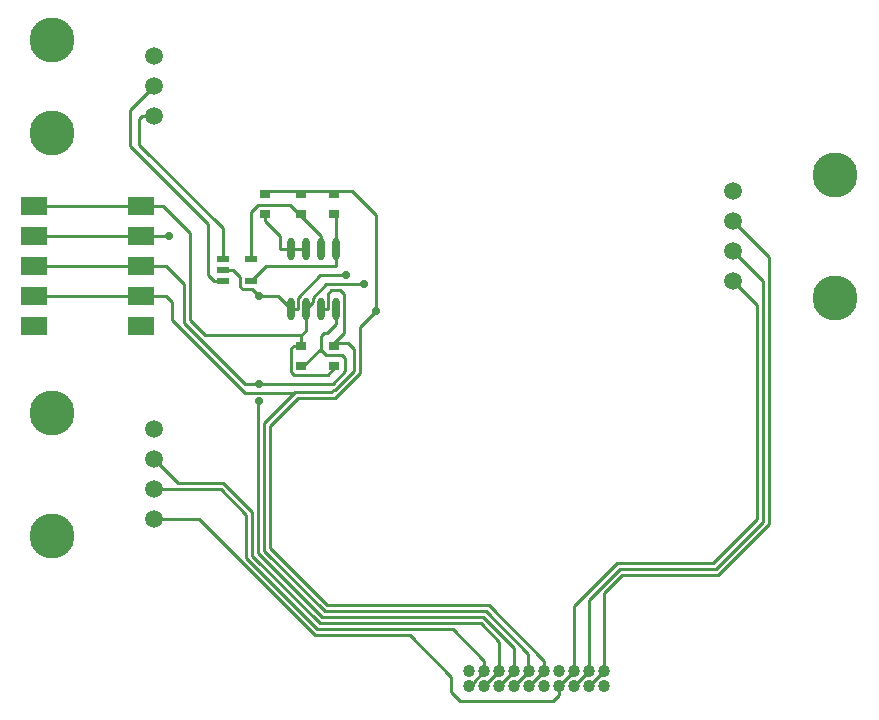
<source format=gtl>
G04 Layer_Physical_Order=1*
G04 Layer_Color=255*
%FSLAX24Y24*%
%MOIN*%
G70*
G01*
G75*
%ADD10R,0.0902X0.0598*%
%ADD11O,0.0236X0.0768*%
%ADD12R,0.0433X0.0236*%
%ADD13R,0.0374X0.0315*%
%ADD14C,0.0100*%
%ADD15C,0.0406*%
%ADD16C,0.1496*%
%ADD17C,0.0591*%
%ADD18C,0.0290*%
D10*
X4559Y18000D02*
D03*
Y17000D02*
D03*
Y16000D02*
D03*
Y15000D02*
D03*
Y14000D02*
D03*
X1000D02*
D03*
Y15000D02*
D03*
Y16000D02*
D03*
Y17000D02*
D03*
Y18000D02*
D03*
D11*
X9550Y14573D02*
D03*
X11050Y16581D02*
D03*
X10550D02*
D03*
X10050D02*
D03*
X9550D02*
D03*
X11050Y14573D02*
D03*
X10550D02*
D03*
X10050D02*
D03*
D12*
X7278Y15877D02*
D03*
Y16251D02*
D03*
Y15503D02*
D03*
X8222D02*
D03*
Y16251D02*
D03*
D13*
X8700Y17742D02*
D03*
Y18411D02*
D03*
X11000Y13361D02*
D03*
Y12692D02*
D03*
X9900Y12692D02*
D03*
Y13361D02*
D03*
Y17742D02*
D03*
Y18411D02*
D03*
X11000Y17742D02*
D03*
Y18411D02*
D03*
D14*
X8490Y12090D02*
X10954D01*
X11364Y12499D01*
X8027Y12090D02*
X8490D01*
X6000Y14117D02*
X8027Y12090D01*
X6000Y14117D02*
Y15400D01*
X8004Y11795D02*
X9695D01*
X5574Y14225D02*
X8004Y11795D01*
X9695D02*
X9699Y11799D01*
X9563Y12473D02*
X9651Y12385D01*
X9563Y12473D02*
Y13263D01*
X9661Y13361D01*
X10781Y12385D02*
X11000Y12604D01*
X9651Y12385D02*
X10781D01*
X10988Y11886D02*
X11034D01*
X10901Y11799D02*
X10988Y11886D01*
X11034D02*
X11665Y12518D01*
X9699Y11799D02*
X10901D01*
X6479Y7577D02*
X10346Y3710D01*
X5001Y7577D02*
X6479D01*
X10346Y3710D02*
X13510D01*
X10429Y3910D02*
X14948D01*
X8065Y6274D02*
Y7718D01*
X10511Y4110D02*
X15873D01*
X8265Y6357D02*
Y7801D01*
X10594Y4310D02*
X15956D01*
X8465Y6439D02*
Y11465D01*
X10677Y4510D02*
X16039D01*
X8665Y6522D02*
Y10765D01*
X8065Y6274D02*
X10429Y3910D01*
X8265Y6357D02*
X10511Y4110D01*
X8465Y6439D02*
X10594Y4310D01*
X8665Y6522D02*
X10677Y4510D01*
X10760Y4710D02*
X16148D01*
X8865Y6605D02*
X10760Y4710D01*
X8865Y6605D02*
Y10682D01*
X16000Y2500D02*
Y2858D01*
X14948Y3910D02*
X16000Y2858D01*
X13510Y3710D02*
X14900Y2320D01*
X15873Y4110D02*
X16500Y3483D01*
X15956Y4310D02*
X17000Y3266D01*
X16039Y4510D02*
X17458Y3091D01*
X16148Y4710D02*
X18000Y2858D01*
X14900Y1800D02*
Y2320D01*
X4200Y21200D02*
X5000Y22000D01*
X4200Y20000D02*
Y21200D01*
Y20000D02*
X6800Y17400D01*
X4500Y20055D02*
X7278Y17278D01*
X4500Y20055D02*
Y20900D01*
X4600Y21000D01*
X5000D01*
X6997Y15503D02*
X7278D01*
X6800Y15700D02*
X6997Y15503D01*
X6800Y15700D02*
Y17400D01*
X7278Y16251D02*
Y17278D01*
X8665Y10765D02*
X9699Y11799D01*
X9782Y11599D02*
X11029D01*
X8865Y10682D02*
X9782Y11599D01*
X11029D02*
X11865Y12435D01*
Y13965D01*
X1000Y17000D02*
X4559D01*
X1000Y18000D02*
X4559D01*
X1000Y16000D02*
X4559D01*
X1000Y15000D02*
X4559D01*
Y17000D02*
X5500D01*
X4559Y18000D02*
X5300D01*
X6200Y17100D01*
Y14200D02*
Y17100D01*
Y14200D02*
X6700Y13700D01*
X9900D01*
X9661Y13361D02*
X9900D01*
Y13700D02*
X10050Y13850D01*
X9900Y13361D02*
Y13700D01*
X10050Y13850D02*
Y14573D01*
X5400Y16000D02*
X6000Y15400D01*
X4559Y16000D02*
X5400D01*
X4559Y15000D02*
X5374D01*
X5574Y14800D01*
Y14225D02*
Y14800D01*
X8465Y11465D02*
X8500Y11500D01*
X17458Y2500D02*
Y3091D01*
X11000Y13450D02*
X11450D01*
X11244Y13054D02*
X11364Y12934D01*
X9900Y12604D02*
X10535Y13239D01*
X17000Y2000D02*
X17500Y2500D01*
X11450Y13450D02*
X11665Y13235D01*
X11000Y13450D02*
X11318Y13768D01*
X11200Y15200D02*
X11318Y15082D01*
X10900Y15200D02*
X11200D01*
X11318Y13768D02*
Y15082D01*
X10782D02*
X10900Y15200D01*
X10554Y14577D02*
X10782D01*
Y15082D01*
X10550Y14573D02*
X10554Y14577D01*
X17000Y2500D02*
Y3266D01*
X16500Y2000D02*
X17000Y2500D01*
X10763Y13783D02*
X11050Y14069D01*
X10702Y13054D02*
X11244D01*
X11050Y14069D02*
Y14573D01*
X10638Y13783D02*
X10763D01*
X10535Y13221D02*
X10702Y13054D01*
X10535Y13679D02*
X10638Y13783D01*
X10535Y13239D02*
Y13679D01*
Y13221D02*
Y13239D01*
X11364Y12499D02*
Y12934D01*
X11665Y12518D02*
Y13235D01*
X7206Y8577D02*
X8065Y7718D01*
X7289Y8777D02*
X8265Y7801D01*
X24299Y17500D02*
X25500Y16299D01*
X9782Y14573D02*
Y14950D01*
X9550Y14573D02*
X9782D01*
X10282Y14805D02*
Y14950D01*
X10050Y14573D02*
X10282Y14805D01*
X8222Y15503D02*
X8720Y16000D01*
X11050D01*
Y16581D01*
X8265Y15235D02*
X8500Y15000D01*
X7944Y15235D02*
X8265D01*
X7856Y15323D02*
X7944Y15235D01*
X7856Y15323D02*
Y15644D01*
X7623Y15877D02*
X7856Y15644D01*
X7278Y15877D02*
X7623D01*
X8500Y15000D02*
X9123D01*
X9550Y14573D01*
X11050Y16581D02*
Y17604D01*
X10550Y16581D02*
Y17004D01*
X9504Y18050D02*
X10550Y17004D01*
X9550Y16581D02*
X10050D01*
X9173D02*
X9550D01*
X10732Y15400D02*
X12000D01*
X10282Y14950D02*
X10732Y15400D01*
X9782Y14950D02*
X10532Y15700D01*
X11400D01*
X12400Y14500D02*
Y17700D01*
X11600Y18500D02*
X12400Y17700D01*
X8700Y18500D02*
X11600D01*
X16500Y2500D02*
Y3483D01*
X15500Y2000D02*
X15547D01*
X16000D02*
X16500Y2500D01*
X17500Y2000D02*
X18000Y2500D01*
X18500Y2000D02*
X19000Y2500D01*
X5001Y9577D02*
X5801Y8777D01*
X18000Y2500D02*
Y2858D01*
X11865Y13965D02*
X12400Y14500D01*
X5801Y8777D02*
X7289D01*
X5001Y8577D02*
X7206D01*
X18500Y1700D02*
Y2000D01*
X18300Y1500D02*
X18500Y1700D01*
X15200Y1500D02*
X18300D01*
X14900Y1800D02*
X15200Y1500D01*
X24299Y16500D02*
X25300Y15499D01*
X24299Y15500D02*
X25100Y14699D01*
X19000Y2000D02*
X19500Y2500D01*
Y2000D02*
X20000Y2500D01*
X25500Y7400D02*
Y16299D01*
X25300Y7483D02*
Y15499D01*
X25100Y7566D02*
Y14699D01*
X23800Y5700D02*
X25500Y7400D01*
X23717Y5900D02*
X25300Y7483D01*
X23634Y6100D02*
X25100Y7566D01*
X20000Y2500D02*
Y5100D01*
X20600Y5700D01*
X23800D01*
X20517Y5900D02*
X23717D01*
X20434Y6100D02*
X23634D01*
X19000Y2500D02*
Y4666D01*
X20434Y6100D01*
X19500Y2500D02*
Y4883D01*
X20517Y5900D01*
X8700Y17500D02*
Y17654D01*
Y17500D02*
X9173Y17027D01*
Y16581D02*
Y17027D01*
X8451Y18050D02*
X9504D01*
X8222Y16251D02*
Y17821D01*
X8451Y18050D01*
X15647Y2147D02*
X16000Y2500D01*
X15547Y2000D02*
X15647Y2100D01*
Y2147D01*
D15*
X20000Y2000D02*
D03*
Y2500D02*
D03*
X19500D02*
D03*
X19000D02*
D03*
X18500D02*
D03*
X18000D02*
D03*
X17500D02*
D03*
X17000D02*
D03*
X16500D02*
D03*
X16000D02*
D03*
X15500D02*
D03*
Y2000D02*
D03*
X16000D02*
D03*
X17000D02*
D03*
X16500D02*
D03*
X17500D02*
D03*
X18000D02*
D03*
X18500D02*
D03*
X19000D02*
D03*
X19500D02*
D03*
D16*
X1599Y11128D02*
D03*
Y7026D02*
D03*
X1598Y20449D02*
D03*
Y23551D02*
D03*
X27701Y14949D02*
D03*
Y19051D02*
D03*
D17*
X5001Y10577D02*
D03*
Y9577D02*
D03*
Y8577D02*
D03*
Y7577D02*
D03*
X5000Y21000D02*
D03*
Y22000D02*
D03*
Y23000D02*
D03*
X24299Y15500D02*
D03*
Y16500D02*
D03*
Y17500D02*
D03*
Y18500D02*
D03*
D18*
X8490Y12090D02*
D03*
X5500Y17000D02*
D03*
X8500Y11500D02*
D03*
Y15000D02*
D03*
X12400Y14500D02*
D03*
X12000Y15400D02*
D03*
X11400Y15700D02*
D03*
M02*

</source>
